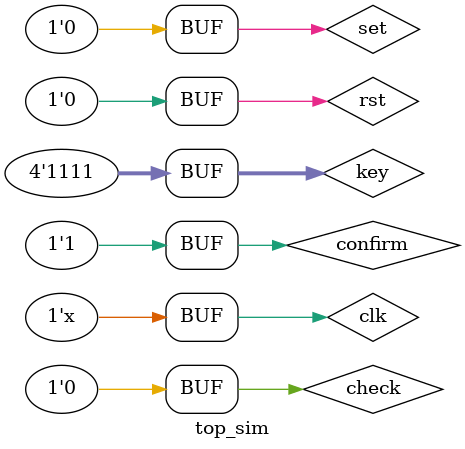
<source format=v>
`timescale 1ns/1ps         
module top_sim();    
reg  clk;
reg  set;
reg  check;
reg  confirm;
reg       rst;
reg [3:0]  row;
wire [3:0]  col;
wire [3:0] keyboard_num;
wire [2:0] ledwrong;
wire set_led;
wire   [7:0]led_en;
wire  [7:0]led;

reg [3:0]key;//Ç°ËÄÎ»ÎªÁÐÊý£¬½ô½Ó×ÅÁ½Î»ÎªÐÐºÅ


initial
begin
 clk = 1'b1;set = 1'b0;   rst = 1'b1;  check = 1'b0; confirm = 1'b0; key=4'hf;//³õÊ¼ÖÃÁã
#25 set = 1'b1;   rst = 1'b0;  check = 1'b0; confirm = 1'b0; key=4'hf;//½øÈëÉèÖÃ 
#25 set = 1'b0;   rst = 1'b0;  check = 1'b0; confirm = 1'b0; key=4'hf;//ÊäÈë¼ä¸ô¼ä¸ô
#50 set = 1'b0;   rst = 1'b0;  check = 1'b0; confirm = 1'b0; key=4'h1; //ÉèÖÃÊäÈë
#50 set = 1'b0;   rst = 1'b0;  check = 1'b0; confirm = 1'b0; key=4'h2; 
#50 set = 1'b0;   rst = 1'b0;  check = 1'b0; confirm = 1'b0; key=4'h3;
#50 set = 1'b0;   rst = 1'b0;  check = 1'b0; confirm = 1'b1; key=4'hf;//È·ÈÏÉèÖÃ 
//ÉèÖÃ½áÊø
#25 set = 1'b0;   rst = 1'b0;  check = 1'b1; confirm = 1'b0; key=4'hf;//½øÈëÑéÖ¤ 
#25 set = 1'b0;   rst = 1'b0;  check = 1'b0; confirm = 1'b0; key=4'hf;//ÊäÈë¼ä¸ô¼ä¸ô
#50 set = 1'b0;   rst = 1'b0;  check = 1'b0; confirm = 1'b0; key=4'h1;//ÊäÈëÃÜÂë
#50 set = 1'b0;   rst = 1'b0;  check = 1'b0; confirm = 1'b0; key=4'h2;  
#50 set = 1'b0;   rst = 1'b0;  check = 1'b0; confirm = 1'b0; key=4'h3;  
#50 set = 1'b0;   rst = 1'b0;  check = 1'b0; confirm = 1'b1; key=4'hf;//È·ÈÏÊäÈë
//ÕýÈ·ÊäÈë
#25 set = 1'b1;   rst = 1'b0;  check = 1'b0; confirm = 1'b0; key=4'hf;//½øÈëÉèÖÃ 
#25 set = 1'b0;   rst = 1'b0;  check = 1'b0; confirm = 1'b0; key=4'hf;//ÊäÈë¼ä¸ô¼ä¸ô
#50 set = 1'b0;   rst = 1'b0;  check = 1'b0; confirm = 1'b0; key=4'h1; //ÉèÖÃÊäÈë
#50 set = 1'b0;   rst = 1'b0;  check = 1'b0; confirm = 1'b0; key=4'h2; 
#50 set = 1'b0;   rst = 1'b0;  check = 1'b0; confirm = 1'b0; key=4'h3;
#50 set = 1'b0;   rst = 1'b0;  check = 1'b0; confirm = 1'b1; key=4'hf;//È·ÈÏÉèÖÃ 
//ÐÂÉèÖÃ½áÊø
#25 set = 1'b0;   rst = 1'b0;  check = 1'b1; confirm = 1'b0; key=4'hf;//½øÈëÑéÖ¤ 
#25 set = 1'b0;   rst = 1'b0;  check = 1'b0; confirm = 1'b0; key=4'hf;//ÊäÈë¼ä¸ô¼ä¸ô
#50 set = 1'b0;   rst = 1'b0;  check = 1'b0; confirm = 1'b0; key=4'h5;//ÊäÈëÃÜÂë
#50 set = 1'b0;   rst = 1'b0;  check = 1'b0; confirm = 1'b0; key=4'h4;  
#50 set = 1'b0;   rst = 1'b0;  check = 1'b0; confirm = 1'b0; key=4'h3;  
#50 set = 1'b0;   rst = 1'b0;  check = 1'b0; confirm = 1'b1; key=4'hf;//È·ÈÏÊäÈë 
//´íÎóÒ»´Î
#25 set = 1'b0;   rst = 1'b0;  check = 1'b1; confirm = 1'b0; key=4'hf;//½øÈëÑéÖ¤ 
#25 set = 1'b0;   rst = 1'b0;  check = 1'b0; confirm = 1'b0; key=4'hf;//ÊäÈë¼ä¸ô¼ä¸ô
#50 set = 1'b0;   rst = 1'b0;  check = 1'b0; confirm = 1'b0; key=4'h5;//ÊäÈëÃÜÂë
#50 set = 1'b0;   rst = 1'b0;  check = 1'b0; confirm = 1'b0; key=4'h4;  
#50 set = 1'b0;   rst = 1'b0;  check = 1'b0; confirm = 1'b0; key=4'h3;  
#50 set = 1'b0;   rst = 1'b0;  check = 1'b0; confirm = 1'b1; key=4'hf;//È·ÈÏÊäÈë 
//´íÎóÁ½´Î
#25 set = 1'b0;   rst = 1'b0;  check = 1'b1; confirm = 1'b0; key=4'hf;//½øÈëÑéÖ¤ 
#25 set = 1'b0;   rst = 1'b0;  check = 1'b0; confirm = 1'b0; key=4'hf;//ÊäÈë¼ä¸ô¼ä¸ô
#50 set = 1'b0;   rst = 1'b0;  check = 1'b0; confirm = 1'b0; key=4'h5;//ÊäÈëÃÜÂë
#50 set = 1'b0;   rst = 1'b0;  check = 1'b0; confirm = 1'b0; key=4'h4;  
#50 set = 1'b0;   rst = 1'b0;  check = 1'b0; confirm = 1'b0; key=4'h3;  
#50 set = 1'b0;   rst = 1'b0;  check = 1'b0; confirm = 1'b1; key=4'hf;//È·ÈÏÊäÈë 
#50 set = 1'b0;   rst = 1'b0;  check = 1'b0; confirm = 1'b0; key=4'hf;//È·ÈÏÊäÈë 
//´íÎóÈý´Î
#50000 set = 1'b0;   rst = 1'b1;  check = 1'b0; confirm = 1'b0; key=4'hf;//³õÊ¼ÖÃÁã  
#25 set = 1'b1;   rst = 1'b0;  check = 1'b0; confirm = 1'b0; key=4'hf;//½øÈëÉèÖÃ 
#25 set = 1'b0;   rst = 1'b0;  check = 1'b0; confirm = 1'b0; key=4'hf;//ÊäÈë¼ä¸ô¼ä¸ô
#50 set = 1'b0;   rst = 1'b0;  check = 1'b0; confirm = 1'b0; key=4'h1; //ÉèÖÃÊäÈë
#50 set = 1'b0;   rst = 1'b0;  check = 1'b0; confirm = 1'b0; key=4'h2; 
#50 set = 1'b0;   rst = 1'b0;  check = 1'b0; confirm = 1'b0; key=4'h3;
#50 set = 1'b0;   rst = 1'b0;  check = 1'b0; confirm = 1'b1; key=4'hf;//È·ÈÏÉèÖÃ 
//ÉèÖÃ½áÊø

end
always #2.5 clk =~clk;


    always @(*) begin
        case (key)
            4'h0: if (col == 4'b1011) row = 4'b1110;else row = 4'b1111;//0
            4'h1: if (col == 4'b0111) row = 4'b0111;else row = 4'b1111;//1
            4'h2: if (col == 4'b1011) row = 4'b0111;else row = 4'b1111;//2 
            4'h3: if (col == 4'b1101) row = 4'b0111;else row = 4'b1111; 
            4'h4: if (col == 4'b0111) row = 4'b1011;else row = 4'b1111;//
            4'h5: if (col == 4'b1011) row = 4'b1011;else row = 4'b1111; 
            4'h6: if (col == 4'b1101) row = 4'b1011;else row = 4'b1111; 
            4'h7: if (col == 4'b0111) row = 4'b1101;else row = 4'b1111; 
            4'h8: if (col == 4'b1011) row = 4'b1101;else row = 4'b1111;//
            4'h9: if (col == 4'b1101) row = 4'b1101;else row = 4'b1111; 
            4'ha: if (col == 4'b1110) row = 4'b0111;else row = 4'b1111; 
            4'hb: if (col == 4'b1110) row = 4'b1011;else row = 4'b1111; 
            4'hc: if (col == 4'b1110) row = 4'b1101;else row = 4'b1111;//
            4'hd: if (col == 4'b1110) row = 4'b1110;else row = 4'b1111; 
            4'he: if (col == 4'b0111) row = 4'b1110;else row = 4'b1111;
            4'hf: row = 4'b1111; 
        endcase
    end

top u_top(
	.rst(rst),
	.clk(clk),
    .set(set),
    .check(check),
	.confirm(confirm),
	.row(row),
	.col(col),
	.keyboard_num(keyboard_num),
	.ledwrong(ledwrong),
	.set_led(set_led),
	.led_en(led_en),
	.led(led)
	);


endmodule

</source>
